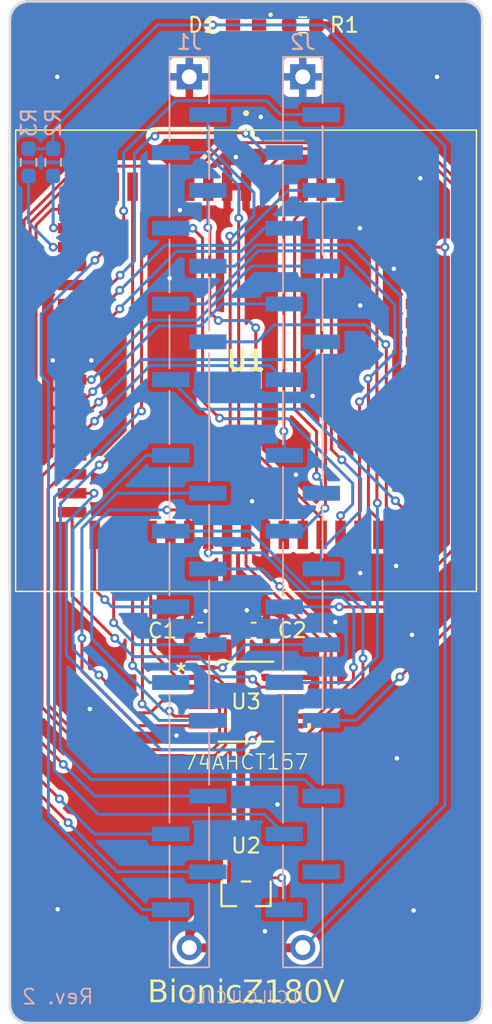
<source format=kicad_pcb>
(kicad_pcb (version 20241229) (generator "pcbnew") (generator_version "9.0")
  (title_block (title "BionicZ180V") (date "2025-12-02") (rev "2") (company "Tadashi G. Takaoka"))
  (layers (0 "F.Cu" mixed) (2 "B.Cu" mixed) (13 "F.Paste" user) (15 "B.Paste" user) (5 "F.SilkS" user "F.Silkscreen") (7 "B.SilkS" user "B.Silkscreen") (1 "F.Mask" user) (3 "B.Mask" user) (25 "Edge.Cuts" user))
  (net 0 "")
  (net 1 "VCC")
  (net 2 "GND")
  (net 3 "Net-(D1-K)")
  (net 4 "A12")
  (net 5 "D6")
  (net 6 "~{WAIT}")
  (net 7 "A13")
  (net 8 "D3")
  (net 9 "P33")
  (net 10 "D0")
  (net 11 "D7")
  (net 12 "~{RESET}")
  (net 13 "D1")
  (net 14 "P31")
  (net 15 "P32")
  (net 16 "~{INT0}")
  (net 17 "D5")
  (net 18 "D2")
  (net 19 "P30")
  (net 20 "A14")
  (net 21 "A15")
  (net 22 "D4")
  (net 23 "~{NMI}")
  (net 24 "Net-(J2-P57)")
  (net 26 "ASEL")
  (net 27 "~{MREQ}")
  (net 28 "PHI")
  (net 29 "~{IORQ}")
  (net 30 "A4")
  (net 31 "EXTAL")
  (net 32 "~{WR}")
  (net 33 "A6")
  (net 34 "~{BUSREQ}")
  (net 35 "A2")
  (net 36 "A5")
  (net 37 "A7")
  (net 38 "~{M1}")
  (net 39 "A1")
  (net 40 "~{RD}")
  (net 41 "A3")
  (net 42 "A0")
  (net 43 "~{BUSACK}")
  (net 44 "Net-(U1-~{INT1})")
  (net 45 "Net-(U1-~{INT2})")
  (net 49 "A10")
  (net 51 "A16")
  (net 52 "A17")
  (net 53 "A11")
  (net 56 "A8")
  (net 57 "A19")
  (net 61 "A18")
  (net 65 "A9")
  (footprint "ti:PW16-M" (layer "F.Cu") (at 113.7 117.001001)
    (property "Reference" "U3")
    (property "Value" "74AHCT157")
  )
  (footprint "rhom:LED_CSL1901UW1_ROM-M" (layer "F.Cu") (at 113.7 71.6002 180)
    (property "Reference" "D1")
    (property "Value" "CSL1901UW1")
  )
  (footprint "Resistor_SMD:R_0603_1608Metric_Pad0.98x0.95mm_HandSolder" (layer "F.Cu") (at 117.51 71.6002)
    (property "Reference" "R1")
    (property "Value" "1.6k")
  )
  (footprint "3m:846821B1RKTP" (layer "F.Cu") (at 113.7 94.13)
    (property "Reference" "U1")
    (property "Value" "Z80180" (hide yes))
  )
  (footprint "microchip:SOT-23_MC_MCH-M" (layer "F.Cu") (at 113.7 129.894 180)
    (property "Reference" "U2")
    (property "Value" "11AA010-I/TT")
  )
  (footprint "Capacitor_SMD:C_0603_1608Metric_Pad1.08x0.95mm_HandSolder" (layer "F.Cu") (at 110.6277 112.2148 180)
    (property "Reference" "C1")
    (property "Value" "0.1u")
  )
  (footprint "Capacitor_SMD:C_0603_1608Metric_Pad1.08x0.95mm_HandSolder" (layer "F.Cu") (at 114.2091 112.2148)
    (property "Reference" "C2")
    (property "Value" "22u")
  )
  (footprint "Resistor_SMD:R_0603_1608Metric_Pad0.98x0.95mm_HandSolder" (layer "B.Cu") (at 99.095 80.8185 -90)
    (property "Reference" "R3")
    (property "Value" "10k")
  )
  (footprint "Resistor_SMD:R_0603_1608Metric_Pad0.98x0.95mm_HandSolder" (layer "B.Cu") (at 100.746 80.8185 -90)
    (property "Reference" "R2")
    (property "Value" "10k")
  )
  (footprint "bionic:Bionic-P245_SMT" (layer "B.Cu") (at 117.5308 104.29 180)
    (property "Reference" "J2")
    (property "Value" "Bionic-P245")
  )
  (footprint "bionic:Bionic-P135_SMT" (layer "B.Cu") (at 109.8692 104.29 180)
    (property "Reference" "J1")
    (property "Value" "Bionic-P135")
  )
  (gr_arc (start 99.095 138.58) (mid 98.196974 138.208026) (end 97.825 137.31) (stroke (width 0.15)) (layer "Edge.Cuts"))
  (gr_line (start 128.305 70) (end 99.095 70) (stroke (width 0.15)) (layer "Edge.Cuts"))
  (gr_arc (start 97.825 71.27) (mid 98.196974 70.371974) (end 99.095 70) (stroke (width 0.15)) (layer "Edge.Cuts"))
  (gr_line (start 99.095 138.58) (end 128.305 138.58) (stroke (width 0.15)) (layer "Edge.Cuts"))
  (gr_arc (start 128.305 70) (mid 129.203026 70.371974) (end 129.575 71.27) (stroke (width 0.15)) (layer "Edge.Cuts"))
  (gr_arc (start 129.575 137.31) (mid 129.203026 138.208026) (end 128.305 138.58) (stroke (width 0.15)) (layer "Edge.Cuts"))
  (gr_line (start 97.825 71.27) (end 97.825 137.31) (stroke (width 0.15)) (layer "Edge.Cuts"))
  (gr_line (start 129.575 137.31) (end 129.575 71.27) (stroke (width 0.15)) (layer "Edge.Cuts"))
  (gr_text "BionicZ180V" (at 113.7 136.548 0) (layer "F.SilkS") (effects (font (size 1.5 1.5))))
  (gr_text "74AHCT157" (at 113.7 121.054 0) (layer "F.SilkS") (effects (font (size 1 1) (thickness 0.1))))
  (gr_text "JLCJLCJLCJLC" (at 113.7 137.31 0) (layer "B.SilkS") (effects (font (size 0.8 0.8)) (justify bottom mirror)))
  (gr_text "Rev. 2" (at 103.54 136.802 0) (layer "B.SilkS") (effects (font (size 1 1)) (justify left mirror)))
  (segment (start 112.43 105.81) (end 112.43 112.2148) (width 0.6) (layer "F.Cu") (net 1))
  (segment (start 112.749999 126.931601) (end 113.3444 126.3372) (width 0.6) (layer "F.Cu") (net 1))
  (segment (start 111.4648 71.6002) (end 112.8237 71.6002) (width 0.2) (layer "F.Cu") (net 1))
  (segment (start 112.43 112.2148) (end 111.4902 112.2148) (width 0.6) (layer "F.Cu") (net 1))
  (segment (start 111.4648 112.037) (end 111.9209 112.037) (width 0.2) (layer "F.Cu") (net 1))
  (segment (start 109.9154 133.5254) (end 117.4846 133.5254) (width 0.6) (layer "F.Cu") (net 1))
  (segment (start 109.9154 133.5254) (end 109.9154 132.4586) (width 0.6) (layer "F.Cu") (net 1))
  (segment (start 113.3444 126.3372) (end 113.3444 114.704) (width 0.6) (layer "F.Cu") (net 1))
  (segment (start 113.3466 112.2148) (end 112.43 112.2148) (width 0.6) (layer "F.Cu") (net 1))
  (segment (start 109.9154 132.4586) (end 112.749999 129.624001) (width 0.6) (layer "F.Cu") (net 1))
  (segment (start 117.4846 133.5254) (end 117.51 133.5) (width 0.2) (layer "F.Cu") (net 1))
  (segment (start 109.89 133.5) (end 109.9154 133.5254) (width 0.2) (layer "F.Cu") (net 1))
  (segment (start 116.6718 114.726002) (end 113.366402 114.726002) (width 0.2) (layer "F.Cu") (net 1))
  (segment (start 113.3444 114.704) (end 113.3444 112.217) (width 0.6) (layer "F.Cu") (net 1))
  (segment (start 112.749999 129.624001) (end 112.749999 128.828) (width 0.6) (layer "F.Cu") (net 1))
  (segment (start 112.4442 105.8242) (end 112.43 105.81) (width 0.6) (layer "F.Cu") (net 1))
  (segment (start 125.38 86.51) (end 127.0604 86.51) (width 0.2) (layer "F.Cu") (net 1))
  (segment (start 112.7602 128.8382) (end 112.75 128.828) (width 0.2) (layer "F.Cu") (net 1))
  (segment (start 112.749999 128.828) (end 112.749999 126.931601) (width 0.6) (layer "F.Cu") (net 1))
  (segment (start 113.366402 114.726002) (end 113.3444 114.704) (width 0.2) (layer "F.Cu") (net 1))
  (segment (start 113.3444 112.217) (end 113.3466 112.2148) (width 0.6) (layer "F.Cu") (net 1))
  (via (at 127.0604 86.51) (size 0.6) (drill 0.3) (layers "F.Cu" "B.Cu") (net 1))
  (via (at 111.4648 71.6002) (size 0.6) (drill 0.3) (layers "F.Cu" "B.Cu") (net 1))
  (segment (start 111.4648 71.6002) (end 118.9324 71.6002) (width 0.2) (layer "B.Cu") (net 1))
  (segment (start 111.4648 71.6002) (end 107.7564 71.6002) (width 0.2) (layer "B.Cu") (net 1))
  (segment (start 127.0604 123.9496) (end 117.51 133.5) (width 0.2) (layer "B.Cu") (net 1))
  (segment (start 127.0604 79.7282) (end 127.0604 86.51) (width 0.2) (layer "B.Cu") (net 1))
  (segment (start 100.746 78.6106) (end 100.746 79.906) (width 0.2) (layer "B.Cu") (net 1))
  (segment (start 118.9324 71.6002) (end 127.0604 79.7282) (width 0.2) (layer "B.Cu") (net 1))
  (segment (start 100.746 79.906) (end 99.095 79.906) (width 0.2) (layer "B.Cu") (net 1))
  (segment (start 127.0604 86.51) (end 127.0604 123.9496) (width 0.2) (layer "B.Cu") (net 1))
  (segment (start 107.7564 71.6002) (end 100.746 78.6106) (width 0.2) (layer "B.Cu") (net 1))
  (segment (start 109.0264 119.276) (end 110.7282 119.276) (width 0.2) (layer "F.Cu") (net 2))
  (segment (start 115.413403 115.376003) (end 115.4018 115.3644) (width 0.2) (layer "F.Cu") (net 2))
  (segment (start 116.6718 115.376003) (end 115.413403 115.376003) (width 0.2) (layer "F.Cu") (net 2))
  (via (at 121.3708 108.3794) (size 0.6) (drill 0.3) (layers "F.Cu" "B.Cu") (net 2))
  (via (at 109.255 84.0208) (size 0.6) (drill 0.3) (layers "F.Cu" "B.Cu") (net 2))
  (via (at 124.8506 112.5196) (size 0.6) (drill 0.3) (layers "F.Cu" "B.Cu") (net 2))
  (via (at 115.8082 123.8988) (size 0.6) (drill 0.3) (layers "F.Cu" "B.Cu") (net 2))
  (via (at 101.0254 75.08) (size 0.6) (drill 0.3) (layers "F.Cu" "B.Cu") (net 2))
  (via (at 126.527 75.08) (size 0.6) (drill 0.3) (layers "F.Cu" "B.Cu") (net 2))
  (via (at 124.9522 131.0108) (size 0.6) (drill 0.3) (layers "F.Cu" "B.Cu") (net 2))
  (via (at 125.4094 81.8872) (size 0.6) (drill 0.3) (layers "F.Cu" "B.Cu") (net 2))
  (via (at 119.6944 111.656) (size 0.6) (drill 0.3) (layers "F.Cu" "B.Cu") (net 2))
  (via (at 103.3114 94.1046) (size 0.6) (drill 0.3) (layers "F.Cu" "B.Cu") (net 2))
  (via (at 123.7838 107.8968) (size 0.6) (drill 0.3) (layers "F.Cu" "B.Cu") (net 2))
  (via (at 114.6906 77.7724) (size 0.6) (drill 0.3) (layers "F.Cu" "B.Cu") (net 2))
  (via (at 113.0142 80.4648) (size 0.6) (drill 0.3) (layers "F.Cu" "B.Cu") (net 2))
  (via (at 113.7508 110.8686) (size 0.6) (drill 0.3) (layers "F.Cu" "B.Cu") (net 2))
  (via (at 100.7206 94.1046) (size 0.6) (drill 0.3) (layers "F.Cu" "B.Cu") (net 2))
  (via (at 117.0528 101.7754) (size 0.6) (drill 0.3) (layers "F.Cu" "B.Cu") (net 2))
  (via (at 103.2098 117.498) (size 0.6) (drill 0.3) (layers "F.Cu" "B.Cu") (net 2))
  (via (at 118.1704 96.4922) (size 0.6) (drill 0.3) (layers "F.Cu" "B.Cu") (net 2))
  (via (at 123.8346 120.8) (size 0.6) (drill 0.3) (layers "F.Cu" "B.Cu") (net 2))
  (via (at 123.6314 87.9578) (size 0.6) (drill 0.3) (layers "F.Cu" "B.Cu") (net 2))
  (via (at 121.3454 85.24) (size 0.6) (drill 0.3) (layers "F.Cu" "B.Cu") (net 2))
  (via (at 121.3708 90.4216) (size 0.6) (drill 0.3) (layers "F.Cu" "B.Cu") (net 2))
  (via (at 110.9822 110.9194) (size 0.6) (drill 0.3) (layers "F.Cu" "B.Cu") (net 2))
  (via (at 114.1064 103.5534) (size 0.6) (drill 0.3) (layers "F.Cu" "B.Cu") (net 2))
  (via (at 109.0264 119.276) (size 0.6) (drill 0.3) (layers "F.Cu" "B.Cu") (net 2))
  (via (at 108.5692 88.5928) (size 0.6) (drill 0.3) (layers "F.Cu" "B.Cu") (net 2))
  (via (at 101.0508 130.9346) (size 0.6) (drill 0.3) (layers "F.Cu" "B.Cu") (net 2))
  (via (at 114.97 132.4078) (size 0.6) (drill 0.3) (layers "F.Cu" "B.Cu") (net 2))
  (segment (start 116.5975 71.6002) (end 114.5763 71.6002) (width 0.2) (layer "F.Cu") (net 3))
  (segment (start 103.54 109.4874) (end 103.54 105.81) (width 0.2) (layer "F.Cu") (net 4))
  (segment (start 104.21 110.1574) (end 103.54 109.4874) (width 0.2) (layer "F.Cu") (net 4))
  (via (at 104.21 110.1574) (size 0.6) (drill 0.3) (layers "F.Cu" "B.Cu") (net 4))
  (segment (start 104.21 110.1574) (end 104.6926 110.64) (width 0.2) (layer "B.Cu") (net 4))
  (segment (start 104.6926 110.64) (end 108.6454 110.64) (width 0.2) (layer "B.Cu") (net 4))
  (segment (start 123.12 93.0694) (end 123.12 104.1088) (width 0.2) (layer "F.Cu") (net 5))
  (segment (start 123.12 104.1088) (end 123.86 104.8488) (width 0.2) (layer "F.Cu") (net 5))
  (segment (start 123.0884 93.0378) (end 123.12 93.0694) (width 0.2) (layer "F.Cu") (net 5))
  (segment (start 123.86 104.8488) (end 123.86 105.81) (width 0.2) (layer "F.Cu") (net 5))
  (via (at 123.0884 93.0378) (size 0.6) (drill 0.3) (layers "F.Cu" "B.Cu") (net 5))
  (segment (start 115.605 91.717) (end 114.462 92.86) (width 0.2) (layer "B.Cu") (net 5))
  (segment (start 121.7518 91.717) (end 115.605 91.717) (width 0.2) (layer "B.Cu") (net 5))
  (segment (start 123.0726 93.0378) (end 121.7518 91.717) (width 0.2) (layer "B.Cu") (net 5))
  (segment (start 114.462 92.86) (end 111.1346 92.86) (width 0.2) (layer "B.Cu") (net 5))
  (segment (start 123.0884 93.0378) (end 123.0726 93.0378) (width 0.2) (layer "B.Cu") (net 5))
  (segment (start 108.62 81.815) (end 108.62 82.45) (width 0.2) (layer "F.Cu") (net 6))
  (segment (start 101.754465 125.125535) (end 98.7966 122.16767) (width 0.2) (layer "F.Cu") (net 6))
  (segment (start 102.415514 81.0744) (end 107.8794 81.0744) (width 0.2) (layer "F.Cu") (net 6))
  (segment (start 98.7966 122.16767) (end 98.7966 84.693314) (width 0.2) (layer "F.Cu") (net 6))
  (segment (start 98.7966 84.693314) (end 102.415514 81.0744) (width 0.2) (layer "F.Cu") (net 6))
  (segment (start 107.8794 81.0744) (end 108.62 81.815) (width 0.2) (layer "F.Cu") (net 6))
  (via (at 101.754465 125.125535) (size 0.6) (drill 0.3) (layers "F.Cu" "B.Cu") (net 6))
  (segment (start 101.754465 125.125535) (end 101.754465 125.135865) (width 0.2) (layer "B.Cu") (net 6))
  (segment (start 105.0386 128.42) (end 111.1346 128.42) (width 0.2) (layer "B.Cu") (net 6))
  (segment (start 101.754465 125.135865) (end 105.0386 128.42) (width 0.2) (layer "B.Cu") (net 6))
  (segment (start 104.81 111.7068) (end 104.81 105.81) (width 0.2) (layer "F.Cu") (net 7))
  (via (at 104.81 111.7068) (size 0.6) (drill 0.3) (layers "F.Cu" "B.Cu") (net 7))
  (segment (start 106.2832 113.18) (end 111.1346 113.18) (width 0.2) (layer "B.Cu") (net 7))
  (segment (start 104.81 111.7068) (end 106.2832 113.18) (width 0.2) (layer "B.Cu") (net 7))
  (segment (start 110.779 85.9004) (end 110.1186 85.24) (width 0.2) (layer "F.Cu") (net 8))
  (segment (start 111.922 97.9812) (end 110.779 96.8382) (width 0.2) (layer "F.Cu") (net 8))
  (segment (start 120.05 105.81) (end 120.05 104.5186) (width 0.2) (layer "F.Cu") (net 8))
  (segment (start 110.779 96.8382) (end 110.779 85.9004) (width 0.2) (layer "F.Cu") (net 8))
  (via (at 110.1186 85.24) (size 0.6) (drill 0.3) (layers "F.Cu" "B.Cu") (net 8))
  (via (at 111.922 97.9812) (size 0.6) (drill 0.3) (layers "F.Cu" "B.Cu") (net 8))
  (via (at 120.05 104.5186) (size 0.6) (drill 0.3) (layers "F.Cu" "B.Cu") (net 8))
  (segment (start 120.1008 104.5186) (end 120.05 104.5186) (width 0.2) (layer "B.Cu") (net 8))
  (segment (start 116.524141 98.0162) (end 120.8628 102.354859) (width 0.2) (layer "B.Cu") (net 8))
  (segment (start 120.8628 102.354859) (end 120.8628 103.7566) (width 0.2) (layer "B.Cu") (net 8))
  (segment (start 111.957 98.0162) (end 116.524141 98.0162) (width 0.2) (layer "B.Cu") (net 8))
  (segment (start 120.8628 103.7566) (end 120.1008 104.5186) (width 0.2) (layer "B.Cu") (net 8))
  (segment (start 110.1186 85.24) (end 108.6454 85.24) (width 0.2) (layer "B.Cu") (net 8))
  (segment (start 111.922 97.9812) (end 111.957 98.0162) (width 0.2) (layer "B.Cu") (net 8))
  (segment (start 118.527084 117.326002) (end 116.6718 117.326002) (width 0.2) (layer "F.Cu") (net 9))
  (segment (start 119.415 116.438086) (end 118.527084 117.326002) (width 0.2) (layer "F.Cu") (net 9))
  (segment (start 115.9606 109.2684) (end 119.415 112.7228) (width 0.2) (layer "F.Cu") (net 9))
  (segment (start 119.415 112.7228) (end 119.415 116.438086) (width 0.2) (layer "F.Cu") (net 9))
  (via (at 115.9606 109.2684) (size 0.6) (drill 0.3) (layers "F.Cu" "B.Cu") (net 9))
  (segment (start 114.7922 108.1) (end 111.1346 108.1) (width 0.2) (layer "B.Cu") (net 9))
  (segment (start 115.9606 109.2684) (end 114.7922 108.1) (width 0.2) (layer "B.Cu") (net 9))
  (segment (start 112.6332 99.6926) (end 116.24 103.2994) (width 0.2) (layer "F.Cu") (net 10))
  (segment (start 112.6332 85.7894) (end 112.6332 99.6926) (width 0.2) (layer "F.Cu") (net 10))
  (segment (start 112.607335 85.763535) (end 112.6332 85.7894) (width 0.2) (layer "F.Cu") (net 10))
  (segment (start 116.24 103.2994) (end 116.24 105.81) (width 0.2) (layer "F.Cu") (net 10))
  (via (at 112.607335 85.763535) (size 0.6) (drill 0.3) (layers "F.Cu" "B.Cu") (net 10))
  (segment (start 114.2334 84.386729) (end 114.2334 82.845514) (width 0.2) (layer "B.Cu") (net 10))
  (segment (start 114.2334 82.845514) (end 111.1346 79.746714) (width 0.2) (layer "B.Cu") (net 10))
  (segment (start 112.856594 85.763535) (end 114.2334 84.386729) (width 0.2) (layer "B.Cu") (net 10))
  (segment (start 112.607335 85.763535) (end 112.856594 85.763535) (width 0.2) (layer "B.Cu") (net 10))
  (segment (start 111.1346 79.746714) (end 111.1346 77.62) (width 0.2) (layer "B.Cu") (net 10))
  (segment (start 124.495 104.29) (end 125.38 104.29) (width 0.2) (layer "F.Cu") (net 11))
  (segment (start 123.733 103.528) (end 124.495 104.29) (width 0.2) (layer "F.Cu") (net 11))
  (via (at 123.733 103.528) (size 0.6) (drill 0.3) (layers "F.Cu" "B.Cu") (net 11))
  (segment (start 110.6266 97.3812) (end 108.6454 95.4) (width 0.2) (layer "B.Cu") (net 11))
  (segment (start 123.733 103.528) (end 117.5862 97.3812) (width 0.2) (layer "B.Cu") (net 11))
  (segment (start 117.5862 97.3812) (end 110.6266 97.3812) (width 0.2) (layer "B.Cu") (net 11))
  (segment (start 104.81 86.129) (end 104.81 82.45) (width 0.2) (layer "F.Cu") (net 12))
  (segment (start 103.5527 87.3863) (end 104.81 86.129) (width 0.2) (layer "F.Cu") (net 12))
  (via (at 103.5527 87.3863) (size 0.6) (drill 0.3) (layers "F.Cu" "B.Cu") (net 12))
  (segment (start 99.9332 95.0952) (end 100.435 95.597) (width 0.2) (layer "B.Cu") (net 12))
  (segment (start 106.7404 130.96) (end 108.6454 130.96) (width 0.2) (layer "B.Cu") (net 12))
  (segment (start 103.5527 87.3863) (end 99.9332 91.0058) (width 0.2) (layer "B.Cu") (net 12))
  (segment (start 100.435 120.788985) (end 100.426635 120.79735) (width 0.2) (layer "B.Cu") (net 12))
  (segment (start 100.426635 124.646235) (end 106.7404 130.96) (width 0.2) (layer "B.Cu") (net 12))
  (segment (start 100.435 95.597) (end 100.435 120.788985) (width 0.2) (layer "B.Cu") (net 12))
  (segment (start 99.9332 91.0058) (end 99.9332 95.0952) (width 0.2) (layer "B.Cu") (net 12))
  (segment (start 100.426635 120.79735) (end 100.426635 124.646235) (width 0.2) (layer "B.Cu") (net 12))
  (segment (start 113.207335 84.564265) (end 113.207335 99.701049) (width 0.2) (layer "F.Cu") (net 13))
  (segment (start 117.51 104.003714) (end 117.51 105.81) (width 0.2) (layer "F.Cu") (net 13))
  (segment (start 113.207335 99.701049) (end 117.51 104.003714) (width 0.2) (layer "F.Cu") (net 13))
  (via (at 113.207335 84.564265) (size 0.6) (drill 0.3) (layers "F.Cu" "B.Cu") (net 13))
  (segment (start 110.9822 80.16) (end 108.6454 80.16) (width 0.2) (layer "B.Cu") (net 13))
  (segment (start 113.2174 84.5542) (end 113.2174 82.3952) (width 0.2) (layer "B.Cu") (net 13))
  (segment (start 113.207335 84.564265) (end 113.2174 84.5542) (width 0.2) (layer "B.Cu") (net 13))
  (segment (start 113.2174 82.3952) (end 110.9822 80.16) (width 0.2) (layer "B.Cu") (net 13))
  (segment (start 110.717801 118.6156) (end 110.7282 118.625999) (width 0.2) (layer "F.Cu") (net 14))
  (segment (start 102.6764 112.7482) (end 102.6764 114.958) (width 0.2) (layer "F.Cu") (net 14))
  (segment (start 106.334 118.6156) (end 110.717801 118.6156) (width 0.2) (layer "F.Cu") (net 14))
  (segment (start 102.6764 114.958) (end 106.334 118.6156) (width 0.2) (layer "F.Cu") (net 14))
  (via (at 102.6764 112.7482) (size 0.6) (drill 0.3) (layers "F.Cu" "B.Cu") (net 14))
  (segment (start 102.6764 105.363686) (end 105.020086 103.02) (width 0.2) (layer "B.Cu") (net 14))
  (segment (start 105.020086 103.02) (end 111.1346 103.02) (width 0.2) (layer "B.Cu") (net 14))
  (segment (start 102.6764 112.7482) (end 102.6764 105.363686) (width 0.2) (layer "B.Cu") (net 14))
  (segment (start 121.556135 115.428323) (end 117.708458 119.276) (width 0.2) (layer "F.Cu") (net 15))
  (segment (start 121.556135 114.101935) (end 121.556135 115.428323) (width 0.2) (layer "F.Cu") (net 15))
  (segment (start 117.708458 119.276) (end 116.6718 119.276) (width 0.2) (layer "F.Cu") (net 15))
  (via (at 121.556135 114.101935) (size 0.6) (drill 0.3) (layers "F.Cu" "B.Cu") (net 15))
  (segment (start 121.5486 114.0944) (end 121.5486 110.8178) (width 0.2) (layer "B.Cu") (net 15))
  (segment (start 120.3358 109.605) (end 117.999 109.605) (width 0.2) (layer "B.Cu") (net 15))
  (segment (start 121.5486 110.8178) (end 120.3358 109.605) (width 0.2) (layer "B.Cu") (net 15))
  (segment (start 121.556135 114.101935) (end 121.5486 114.0944) (width 0.2) (layer "B.Cu") (net 15))
  (segment (start 117.999 109.605) (end 113.954 105.56) (width 0.2) (layer "B.Cu") (net 15))
  (segment (start 113.954 105.56) (end 108.6454 105.56) (width 0.2) (layer "B.Cu") (net 15))
  (segment (start 99.5966 119.38153) (end 99.5966 85.024686) (width 0.2) (layer "F.Cu") (net 16))
  (segment (start 99.5966 85.024686) (end 100.651286 83.97) (width 0.2) (layer "F.Cu") (net 16))
  (segment (start 100.651286 83.97) (end 102.02 83.97) (width 0.2) (layer "F.Cu") (net 16))
  (segment (start 101.426635 121.211565) (end 99.5966 119.38153) (width 0.2) (layer "F.Cu") (net 16))
  (via (at 101.426635 121.211565) (size 0.6) (drill 0.3) (layers "F.Cu" "B.Cu") (net 16))
  (segment (start 101.426635 121.226635) (end 103.54 123.34) (width 0.2) (layer "B.Cu") (net 16))
  (segment (start 101.426635 121.211565) (end 101.426635 121.226635) (width 0.2) (layer "B.Cu") (net 16))
  (segment (start 103.54 123.34) (end 111.1346 123.34) (width 0.2) (layer "B.Cu") (net 16))
  (segment (start 121.92 95.3554) (end 121.92 104.1026) (width 0.2) (layer "F.Cu") (net 17))
  (segment (start 122.59 104.7726) (end 122.59 105.81) (width 0.2) (layer "F.Cu") (net 17))
  (segment (start 121.8884 95.3238) (end 121.92 95.3554) (width 0.2) (layer "F.Cu") (net 17))
  (segment (start 121.92 104.1026) (end 122.59 104.7726) (width 0.2) (layer "F.Cu") (net 17))
  (via (at 121.8884 95.3238) (size 0.6) (drill 0.3) (layers "F.Cu" "B.Cu") (net 17))
  (segment (start 114.532972 86.7576) (end 110.970572 90.32) (width 0.2) (layer "B.Cu") (net 17))
  (segment (start 121.8884 95.3238) (end 121.9296 95.3238) (width 0.2) (layer "B.Cu") (net 17))
  (segment (start 120.0872 86.7576) (end 114.532972 86.7576) (width 0.2) (layer "B.Cu") (net 17))
  (segment (start 123.6884 93.565) (end 123.6884 90.3588) (width 0.2) (layer "B.Cu") (net 17))
  (segment (start 110.970572 90.32) (end 108.6454 90.32) (width 0.2) (layer "B.Cu") (net 17))
  (segment (start 123.6884 90.3588) (end 120.0872 86.7576) (width 0.2) (layer "B.Cu") (net 17))
  (segment (start 121.9296 95.3238) (end 123.6884 93.565) (width 0.2) (layer "B.Cu") (net 17))
  (segment (start 111.2616 90.8534) (end 111.2616 85.3162) (width 0.2) (layer "F.Cu") (net 18))
  (segment (start 118.78 104.708028) (end 118.78 105.81) (width 0.2) (layer "F.Cu") (net 18))
  (segment (start 114.3525 91.9202) (end 114.3525 100.280528) (width 0.2) (layer "F.Cu") (net 18))
  (segment (start 114.3525 100.280528) (end 118.78 104.708028) (width 0.2) (layer "F.Cu") (net 18))
  (segment (start 111.2616 85.3162) (end 111.1346 85.1892) (width 0.2) (layer "F.Cu") (net 18))
  (segment (start 111.839337 91.431137) (end 111.2616 90.8534) (width 0.2) (layer "F.Cu") (net 18))
  (via (at 111.839337 91.431137) (size 0.6) (drill 0.3) (layers "F.Cu" "B.Cu") (net 18))
  (via (at 114.3525 91.9202) (size 0.6) (drill 0.3) (layers "F.Cu" "B.Cu") (net 18))
  (via (at 111.1346 85.1892) (size 0.6) (drill 0.3) (layers "F.Cu" "B.Cu") (net 18))
  (segment (start 111.839337 91.431137) (end 113.863437 91.431137) (width 0.2) (layer "B.Cu") (net 18))
  (segment (start 113.863437 91.431137) (end 114.3525 91.9202) (width 0.2) (layer "B.Cu") (net 18))
  (segment (start 111.1346 85.1892) (end 111.1346 82.7) (width 0.2) (layer "B.Cu") (net 18))
  (segment (start 107.2738 117.752) (end 108.3498 116.676) (width 0.2) (layer "F.Cu") (net 19))
  (segment (start 106.3594 117.752) (end 107.2738 117.752) (width 0.2) (layer "F.Cu") (net 19))
  (segment (start 103.8194 115.212) (end 106.3594 117.752) (width 0.2) (layer "F.Cu") (net 19))
  (segment (start 108.3498 116.676) (end 110.7282 116.676) (width 0.2) (layer "F.Cu") (net 19))
  (via (at 103.8194 115.212) (size 0.6) (drill 0.3) (layers "F.Cu" "B.Cu") (net 19))
  (segment (start 106.9944 100.48) (end 108.6454 100.48) (width 0.2) (layer "B.Cu") (net 19))
  (segment (start 102.0764 105.398) (end 106.9944 100.48) (width 0.2) (layer "B.Cu") (net 19))
  (segment (start 102.0764 113.469) (end 102.0764 105.398) (width 0.2) (layer "B.Cu") (net 19))
  (segment (start 103.8194 115.212) (end 102.0764 113.469) (width 0.2) (layer "B.Cu") (net 19))
  (segment (start 106.08 114.58) (end 106.08 105.81) (width 0.2) (layer "F.Cu") (net 20))
  (via (at 106.08 114.58) (size 0.6) (drill 0.3) (layers "F.Cu" "B.Cu") (net 20))
  (segment (start 107.22 115.72) (end 108.6454 115.72) (width 0.2) (layer "B.Cu") (net 20))
  (segment (start 106.08 114.58) (end 107.22 115.72) (width 0.2) (layer "B.Cu") (net 20))
  (segment (start 106.7404 107.8206) (end 107.35 107.211) (width 0.2) (layer "F.Cu") (net 21))
  (segment (start 106.720165 117.152) (end 106.7404 117.131765) (width 0.2) (layer "F.Cu") (net 21))
  (segment (start 107.35 107.211) (end 107.35 105.81) (width 0.2) (layer "F.Cu") (net 21))
  (segment (start 106.7404 117.131765) (end 106.7404 107.8206) (width 0.2) (layer "F.Cu") (net 21))
  (via (at 106.720165 117.152) (size 0.6) (drill 0.3) (layers "F.Cu" "B.Cu") (net 21))
  (segment (start 107.858 118.26) (end 111.1346 118.26) (width 0.2) (layer "B.Cu") (net 21))
  (segment (start 106.720165 117.152) (end 106.75 117.152) (width 0.2) (layer "B.Cu") (net 21))
  (segment (start 106.75 117.152) (end 107.858 118.26) (width 0.2) (layer "B.Cu") (net 21))
  (segment (start 121.32 96.8732) (end 121.32 105.81) (width 0.2) (layer "F.Cu") (net 22))
  (via (at 121.32 96.8732) (size 0.6) (drill 0.3) (layers "F.Cu" "B.Cu") (net 22))
  (segment (start 121.3454 96.8732) (end 124.0884 94.1302) (width 0.2) (layer "B.Cu") (net 22))
  (segment (start 124.0884 94.1302) (end 124.0884 89.7864) (width 0.2) (layer "B.Cu") (net 22))
  (segment (start 112.944886 87.78) (end 111.1346 87.78) (width 0.2) (layer "B.Cu") (net 22))
  (segment (start 114.367286 86.3576) (end 112.944886 87.78) (width 0.2) (layer "B.Cu") (net 22))
  (segment (start 124.0884 89.7864) (end 120.6596 86.3576) (width 0.2) (layer "B.Cu") (net 22))
  (segment (start 120.6596 86.3576) (end 114.367286 86.3576) (width 0.2) (layer "B.Cu") (net 22))
  (segment (start 121.32 96.8732) (end 121.3454 96.8732) (width 0.2) (layer "B.Cu") (net 22))
  (segment (start 101.6056 82.45) (end 103.54 82.45) (width 0.2) (layer "F.Cu") (net 23))
  (segment (start 101.1651 123.5305) (end 99.1966 121.562) (width 0.2) (layer "F.Cu") (net 23))
  (segment (start 99.1966 121.562) (end 99.1966 84.859) (width 0.2) (layer "F.Cu") (net 23))
  (segment (start 99.1966 84.859) (end 101.6056 82.45) (width 0.2) (layer "F.Cu") (net 23))
  (via (at 101.1651 123.5305) (size 0.6) (drill 0.3) (layers "F.Cu" "B.Cu") (net 23))
  (segment (start 103.5146 125.88) (end 108.6454 125.88) (width 0.2) (layer "B.Cu") (net 23))
  (segment (start 101.1651 123.5305) (end 103.5146 125.88) (width 0.2) (layer "B.Cu") (net 23))
  (segment (start 114.6516 128.8264) (end 114.65 128.828) (width 0.2) (layer "F.Cu") (net 24))
  (segment (start 116.0876 128.8264) (end 114.6516 128.8264) (width 0.2) (layer "F.Cu") (net 24))
  (via (at 116.0876 128.8264) (size 0.6) (drill 0.3) (layers "F.Cu" "B.Cu") (net 24))
  (segment (start 116.0876 128.8264) (end 116.2654 129.0042) (width 0.2) (layer "B.Cu") (net 24))
  (segment (start 116.2654 129.0042) (end 116.2654 130.96) (width 0.2) (layer "B.Cu") (net 24))
  (segment (start 112.1252 114.726002) (end 110.7282 114.726002) (width 0.2) (layer "F.Cu") (net 26))
  (via (at 112.1252 114.726002) (size 0.6) (drill 0.3) (layers "F.Cu" "B.Cu") (net 26))
  (segment (start 113.671202 113.18) (end 118.7546 113.18) (width 0.2) (layer "B.Cu") (net 26))
  (segment (start 112.1252 114.726002) (end 113.671202 113.18) (width 0.2) (layer "B.Cu") (net 26))
  (segment (start 119.434 85.6274) (end 121.32 83.7414) (width 0.2) (layer "F.Cu") (net 27))
  (segment (start 121.32 83.7414) (end 121.32 82.45) (width 0.2) (layer "F.Cu") (net 27))
  (segment (start 120.133735 100.777265) (end 119.434 100.07753) (width 0.2) (layer "F.Cu") (net 27))
  (segment (start 119.434 100.07753) (end 119.434 85.6274) (width 0.2) (layer "F.Cu") (net 27))
  (via (at 120.133735 100.777265) (size 0.6) (drill 0.3) (layers "F.Cu" "B.Cu") (net 27))
  (segment (start 120.133735 100.777265) (end 121.3962 102.03973) (width 0.2) (layer "B.Cu") (net 27))
  (segment (start 118.7546 106.83) (end 118.7546 108.1) (width 0.2) (layer "B.Cu") (net 27))
  (segment (start 121.3962 102.03973) (end 121.3962 104.1884) (width 0.2) (layer "B.Cu") (net 27))
  (segment (start 121.3962 104.1884) (end 118.7546 106.83) (width 0.2) (layer "B.Cu") (net 27))
  (segment (start 123.750865 110.647535) (end 127.797 106.6014) (width 0.2) (layer "F.Cu") (net 28))
  (segment (start 125.1744 79.8996) (end 116.5004 79.8996) (width 0.2) (layer "F.Cu") (net 28))
  (segment (start 119.960392 110.643808) (end 119.964119 110.647535) (width 0.2) (layer "F.Cu") (net 28))
  (segment (start 127.797 106.6014) (end 127.797 82.5222) (width 0.2) (layer "F.Cu") (net 28))
  (segment (start 114.97 81.43) (end 114.97 82.45) (width 0.2) (layer "F.Cu") (net 28))
  (segment (start 127.797 82.5222) (end 125.1744 79.8996) (width 0.2) (layer "F.Cu") (net 28))
  (segment (start 119.964119 110.647535) (end 123.750865 110.647535) (width 0.2) (layer "F.Cu") (net 28))
  (segment (start 116.5004 79.8996) (end 114.97 81.43) (width 0.2) (layer "F.Cu") (net 28))
  (via (at 119.960392 110.643808) (size 0.6) (drill 0.3) (layers "F.Cu" "B.Cu") (net 28))
  (segment (start 119.956584 110.64) (end 116.2654 110.64) (width 0.2) (layer "B.Cu") (net 28))
  (segment (start 119.960392 110.643808) (end 119.956584 110.64) (width 0.2) (layer "B.Cu") (net 28))
  (segment (start 122.59 84.1224) (end 122.59 82.45) (width 0.2) (layer "F.Cu") (net 29))
  (segment (start 122.4884 103.6488) (end 122.4884 84.224) (width 0.2) (layer "F.Cu") (net 29))
  (segment (start 122.52 103.6804) (end 122.4884 103.6488) (width 0.2) (layer "F.Cu") (net 29))
  (segment (start 122.4884 84.224) (end 122.59 84.1224) (width 0.2) (layer "F.Cu") (net 29))
  (via (at 122.52 103.6804) (size 0.6) (drill 0.3) (layers "F.Cu" "B.Cu") (net 29))
  (segment (start 120.7866 115.72) (end 116.2654 115.72) (width 0.2) (layer "B.Cu") (net 29))
  (segment (start 122.52 113.9866) (end 120.7866 115.72) (width 0.2) (layer "B.Cu") (net 29))
  (segment (start 122.52 103.6804) (end 122.52 113.9866) (width 0.2) (layer "B.Cu") (net 29))
  (segment (start 103.3114 95.4) (end 102.02 95.4) (width 0.2) (layer "F.Cu") (net 30))
  (via (at 103.3114 95.4) (size 0.6) (drill 0.3) (layers "F.Cu" "B.Cu") (net 30))
  (segment (start 103.3114 95.4) (end 103.3368 95.4) (width 0.2) (layer "B.Cu") (net 30))
  (segment (start 103.3368 95.4) (end 107.3436 91.3932) (width 0.2) (layer "B.Cu") (net 30))
  (segment (start 110.463058 91.3932) (end 114.076258 87.78) (width 0.2) (layer "B.Cu") (net 30))
  (segment (start 114.076258 87.78) (end 118.7546 87.78) (width 0.2) (layer "B.Cu") (net 30))
  (segment (start 107.3436 91.3932) (end 110.463058 91.3932) (width 0.2) (layer "B.Cu") (net 30))
  (segment (start 125.340086 79.4996) (end 112.2054 79.4996) (width 0.2) (layer "F.Cu") (net 31))
  (segment (start 128.197 82.356514) (end 125.340086 79.4996) (width 0.2) (layer "F.Cu") (net 31))
  (segment (start 112.2054 79.4996) (end 109.89 81.815) (width 0.2) (layer "F.Cu") (net 31))
  (segment (start 124.0378 115.339) (end 128.197 111.1798) (width 0.2) (layer "F.Cu") (net 31))
  (segment (start 109.89 81.815) (end 109.89 82.45) (width 0.2) (layer "F.Cu") (net 31))
  (segment (start 128.197 111.1798) (end 128.197 82.356514) (width 0.2) (layer "F.Cu") (net 31))
  (via (at 124.0378 115.339) (size 0.6) (drill 0.3) (layers "F.Cu" "B.Cu") (net 31))
  (segment (start 121.1168 118.26) (end 118.7546 118.26) (width 0.2) (layer "B.Cu") (net 31))
  (segment (start 124.0378 115.339) (end 121.1168 118.26) (width 0.2) (layer "B.Cu") (net 31))
  (segment (start 118.434 98.864) (end 116.9608 97.3908) (width 0.2) (layer "F.Cu") (net 32))
  (segment (start 116.9608 97.3908) (end 116.9608 84.6462) (width 0.2) (layer "F.Cu") (net 32))
  (segment (start 118.434 101.877) (end 118.434 98.864) (width 0.2) (layer "F.Cu") (net 32))
  (segment (start 116.9608 84.6462) (end 117.51 84.097) (width 0.2) (layer "F.Cu") (net 32))
  (segment (start 117.51 84.097) (end 117.51 82.45) (width 0.2) (layer "F.Cu") (net 32))
  (via (at 118.434 101.877) (size 0.6) (drill 0.3) (layers "F.Cu" "B.Cu") (net 32))
  (segment (start 118.434 101.877) (end 118.7546 102.1976) (width 0.2) (layer "B.Cu") (net 32))
  (segment (start 118.7546 102.1976) (end 118.7546 103.02) (width 0.2) (layer "B.Cu") (net 32))
  (segment (start 103.795382 96.901062) (end 102.756444 97.94) (width 0.2) (layer "F.Cu") (net 33))
  (segment (start 102.756444 97.94) (end 102.02 97.94) (width 0.2) (layer "F.Cu") (net 33))
  (via (at 103.795382 96.901062) (size 0.6) (drill 0.3) (layers "F.Cu" "B.Cu") (net 33))
  (segment (start 106.6388 94.0538) (end 117.5608 94.0538) (width 0.2) (layer "B.Cu") (net 33))
  (segment (start 117.5608 94.0538) (end 118.7546 92.86) (width 0.2) (layer "B.Cu") (net 33))
  (segment (start 103.795382 96.901062) (end 103.795382 96.897218) (width 0.2) (layer "B.Cu") (net 33))
  (segment (start 103.795382 96.897218) (end 106.6388 94.0538) (width 0.2) (layer "B.Cu") (net 33))
  (segment (start 103.9718 101.115) (end 106.08 99.0068) (width 0.2) (layer "F.Cu") (net 34))
  (segment (start 106.08 99.0068) (end 106.08 82.45) (width 0.2) (layer "F.Cu") (net 34))
  (segment (start 103.8448 101.115) (end 103.9718 101.115) (width 0.2) (layer "F.Cu") (net 34))
  (via (at 103.8448 101.115) (size 0.6) (drill 0.3) (layers "F.Cu" "B.Cu") (net 34))
  (segment (start 117.637 122.2224) (end 118.7546 123.34) (width 0.2) (layer "B.Cu") (net 34))
  (segment (start 101.235 120.1714) (end 103.286 122.2224) (width 0.2) (layer "B.Cu") (net 34))
  (segment (start 103.8448 101.115) (end 101.235 103.7248) (width 0.2) (layer "B.Cu") (net 34))
  (segment (start 101.235 103.7248) (end 101.235 120.1714) (width 0.2) (layer "B.Cu") (net 34))
  (segment (start 103.286 122.2224) (end 117.637 122.2224) (width 0.2) (layer "B.Cu") (net 34))
  (segment (start 105.2164 89.4056) (end 103.032 91.59) (width 0.2) (layer "F.Cu") (net 35))
  (segment (start 103.032 91.59) (end 102.02 91.59) (width 0.2) (layer "F.Cu") (net 35))
  (via (at 105.2164 89.4056) (size 0.6) (drill 0.3) (layers "F.Cu" "B.Cu") (net 35))
  (segment (start 116.5194 82.7) (end 118.7546 82.7) (width 0.2) (layer "B.Cu") (net 35))
  (segment (start 112.83 86.3894) (end 116.5194 82.7) (width 0.2) (layer "B.Cu") (net 35))
  (segment (start 105.2164 89.4056) (end 105.2418 89.4056) (width 0.2) (layer "B.Cu") (net 35))
  (segment (start 105.2418 89.4056) (end 108.258 86.3894) (width 0.2) (layer "B.Cu") (net 35))
  (segment (start 108.258 86.3894) (end 112.83 86.3894) (width 0.2) (layer "B.Cu") (net 35))
  (segment (start 103.403701 96.203501) (end 102.937202 96.67) (width 0.2) (layer "F.Cu") (net 36))
  (segment (start 102.937202 96.67) (end 102.02 96.67) (width 0.2) (layer "F.Cu") (net 36))
  (via (at 103.403701 96.203501) (size 0.6) (drill 0.3) (layers "F.Cu" "B.Cu") (net 36))
  (segment (start 107.814002 91.7932) (end 110.628744 91.7932) (width 0.2) (layer "B.Cu") (net 36))
  (segment (start 103.403701 96.203501) (end 107.814002 91.7932) (width 0.2) (layer "B.Cu") (net 36))
  (segment (start 112.101944 90.32) (end 116.2654 90.32) (width 0.2) (layer "B.Cu") (net 36))
  (segment (start 110.628744 91.7932) (end 112.101944 90.32) (width 0.2) (layer "B.Cu") (net 36))
  (segment (start 102.4986 99.21) (end 102.02 99.21) (width 0.2) (layer "F.Cu") (net 37))
  (segment (start 103.5273 98.1813) (end 102.4986 99.21) (width 0.2) (layer "F.Cu") (net 37))
  (via (at 103.5273 98.1813) (size 0.6) (drill 0.3) (layers "F.Cu" "B.Cu") (net 37))
  (segment (start 115.3192 94.4538) (end 116.2654 95.4) (width 0.2) (layer "B.Cu") (net 37))
  (segment (start 107.2548 94.4538) (end 115.3192 94.4538) (width 0.2) (layer "B.Cu") (net 37))
  (segment (start 103.5273 98.1813) (end 107.2548 94.4538) (width 0.2) (layer "B.Cu") (net 37))
  (segment (start 119.034 103.988929) (end 119.034 95.6032) (width 0.2) (layer "F.Cu") (net 38))
  (segment (start 119.034 95.6032) (end 118.78 95.3492) (width 0.2) (layer "F.Cu") (net 38))
  (segment (start 118.78 95.3492) (end 118.78 82.45) (width 0.2) (layer "F.Cu") (net 38))
  (segment (start 119.002929 104.02) (end 119.034 103.988929) (width 0.2) (layer "F.Cu") (net 38))
  (via (at 119.002929 104.02) (size 0.6) (drill 0.3) (layers "F.Cu" "B.Cu") (net 38))
  (segment (start 119.002929 104.02) (end 117.462929 105.56) (width 0.2) (layer "B.Cu") (net 38))
  (segment (start 117.462929 105.56) (end 116.2654 105.56) (width 0.2) (layer "B.Cu") (net 38))
  (segment (start 113.6492 78.8392) (end 107.8072 78.8392) (width 0.2) (layer "F.Cu") (net 39))
  (segment (start 113.6873 78.8773) (end 113.6492 78.8392) (width 0.2) (layer "F.Cu") (net 39))
  (segment (start 105.2418 88.3896) (end 105.2418 88.415) (width 0.2) (layer "F.Cu") (net 39))
  (segment (start 107.8072 78.8392) (end 107.5786 79.0678) (width 0.2) (layer "F.Cu") (net 39))
  (segment (start 103.3368 90.32) (end 102.02 90.32) (width 0.2) (layer "F.Cu") (net 39))
  (segment (start 105.2418 88.415) (end 103.3368 90.32) (width 0.2) (layer "F.Cu") (net 39))
  (via (at 107.5786 79.0678) (size 0.6) (drill 0.3) (layers "F.Cu" "B.Cu") (net 39))
  (via (at 113.6873 78.8773) (size 0.6) (drill 0.3) (layers "F.Cu" "B.Cu") (net 39))
  (via (at 105.2418 88.3896) (size 0.6) (drill 0.3) (layers "F.Cu" "B.Cu") (net 39))
  (segment (start 113.6873 78.8773) (end 114.97 80.16) (width 0.2) (layer "B.Cu") (net 39))
  (segment (start 105.2418 88.3896) (end 106.207 87.4244) (width 0.2) (layer "B.Cu") (net 39))
  (segment (start 106.207 87.4244) (end 106.207 80.2434) (width 0.2) (layer "B.Cu") (net 39))
  (segment (start 106.207 80.2434) (end 107.3826 79.0678) (width 0.2) (layer "B.Cu") (net 39))
  (segment (start 114.97 80.16) (end 116.2654 80.16) (width 0.2) (layer "B.Cu") (net 39))
  (segment (start 107.3826 79.0678) (end 107.5786 79.0678) (width 0.2) (layer "B.Cu") (net 39))
  (segment (start 116.24 98.8544) (end 116.24 82.45) (width 0.2) (layer "F.Cu") (net 40))
  (via (at 116.24 98.8544) (size 0.6) (drill 0.3) (layers "F.Cu" "B.Cu") (net 40))
  (segment (start 116.2654 98.8798) (end 116.2654 100.48) (width 0.2) (layer "B.Cu") (net 40))
  (segment (start 116.24 98.8544) (end 116.2654 98.8798) (width 0.2) (layer "B.Cu") (net 40))
  (segment (start 105.2164 90.6502) (end 103.0066 92.86) (width 0.2) (layer "F.Cu") (net 41))
  (segment (start 103.0066 92.86) (end 102.02 92.86) (width 0.2) (layer "F.Cu") (net 41))
  (via (at 105.2164 90.6502) (size 0.6) (drill 0.3) (layers "F.Cu" "B.Cu") (net 41))
  (segment (start 114.9192 85.24) (end 116.2654 85.24) (width 0.2) (layer "B.Cu") (net 41))
  (segment (start 113.3698 86.7894) (end 114.9192 85.24) (width 0.2) (layer "B.Cu") (net 41))
  (segment (start 105.2164 90.6502) (end 105.2164 90.5994) (width 0.2) (layer "B.Cu") (net 41))
  (segment (start 105.2164 90.5994) (end 109.0264 86.7894) (width 0.2) (layer "B.Cu") (net 41))
  (segment (start 109.0264 86.7894) (end 113.3698 86.7894) (width 0.2) (layer "B.Cu") (net 41))
  (segment (start 105.48 84.0716) (end 105.48 87.0592) (width 0.2) (layer "F.Cu") (net 42))
  (segment (start 103.4892 89.05) (end 102.02 89.05) (width 0.2) (layer "F.Cu") (net 42))
  (segment (start 105.48 87.0592) (end 103.4892 89.05) (width 0.2) (layer "F.Cu") (net 42))
  (via (at 105.48 84.0716) (size 0.6) (drill 0.3) (layers "F.Cu" "B.Cu") (net 42))
  (segment (start 108.9756 76.6802) (end 115.0716 76.6802) (width 0.2) (layer "B.Cu") (net 42))
  (segment (start 116.0114 77.62) (end 118.7546 77.62) (width 0.2) (layer "B.Cu") (net 42))
  (segment (start 105.48 80.1758) (end 108.9756 76.6802) (width 0.2) (layer "B.Cu") (net 42))
  (segment (start 115.0716 76.6802) (end 116.0114 77.62) (width 0.2) (layer "B.Cu") (net 42))
  (segment (start 105.48 84.0716) (end 105.48 80.1758) (width 0.2) (layer "B.Cu") (net 42))
  (segment (start 106.68 84.2082) (end 107.35 83.5382) (width 0.2) (layer "F.Cu") (net 43))
  (segment (start 106.68 97.5082) (end 106.68 84.2082) (width 0.2) (layer "F.Cu") (net 43))
  (segment (start 107.35 83.5382) (end 107.35 82.45) (width 0.2) (layer "F.Cu") (net 43))
  (via (at 106.68 97.5082) (size 0.6) (drill 0.3) (layers "F.Cu" "B.Cu") (net 43))
  (segment (start 103.7686 124.5592) (end 114.9446 124.5592) (width 0.2) (layer "B.Cu") (net 43))
  (segment (start 100.835 103.276271) (end 100.835 120.954671) (width 0.2) (layer "B.Cu") (net 43))
  (segment (start 100.826635 121.617235) (end 103.7686 124.5592) (width 0.2) (layer "B.Cu") (net 43))
  (segment (start 106.603071 97.5082) (end 100.835 103.276271) (width 0.2) (layer "B.Cu") (net 43))
  (segment (start 100.826635 120.963036) (end 100.826635 121.617235) (width 0.2) (layer "B.Cu") (net 43))
  (segment (start 106.68 97.5082) (end 106.603071 97.5082) (width 0.2) (layer "B.Cu") (net 43))
  (segment (start 100.835 120.954671) (end 100.826635 120.963036) (width 0.2) (layer "B.Cu") (net 43))
  (segment (start 114.9446 124.5592) (end 116.2654 125.88) (width 0.2) (layer "B.Cu") (net 43))
  (segment (start 100.7714 85.2146) (end 100.7968 85.24) (width 0.2) (layer "F.Cu") (net 44))
  (segment (start 100.7968 85.24) (end 102.02 85.24) (width 0.2) (layer "F.Cu") (net 44))
  (via (at 100.7714 85.2146) (size 0.6) (drill 0.3) (layers "F.Cu" "B.Cu") (net 44))
  (segment (start 100.7714 85.2146) (end 100.746 85.1892) (width 0.2) (layer "B.Cu") (net 44))
  (segment (start 100.746 85.1892) (end 100.746 81.731) (width 0.2) (layer "B.Cu") (net 44))
  (segment (start 100.746 86.51) (end 102.02 86.51) (width 0.2) (layer "F.Cu") (net 45))
  (via (at 100.746 86.51) (size 0.6) (drill 0.3) (layers "F.Cu" "B.Cu") (net 45))
  (segment (start 100.746 86.51) (end 99.095 84.859) (width 0.2) (layer "B.Cu") (net 45))
  (segment (start 99.095 84.859) (end 99.095 81.731) (width 0.2) (layer "B.Cu") (net 45))
  (segment (start 103.4892 103.02) (end 102.02 103.02) (width 0.2) (layer "F.Cu") (net 49))
  (segment (start 114.1444 119.5808) (end 115.7492 117.976) (width 0.2) (layer "F.Cu") (net 49))
  (segment (start 115.7492 117.976) (end 116.6718 117.976) (width 0.2) (layer "F.Cu") (net 49))
  (via (at 103.4892 103.02) (size 0.6) (drill 0.3) (layers "F.Cu" "B.Cu") (net 49))
  (via (at 114.1444 119.5808) (size 0.6) (drill 0.3) (layers "F.Cu" "B.Cu") (net 49))
  (segment (start 101.635 113.876129) (end 108.000071 120.2412) (width 0.2) (layer "B.Cu") (net 49))
  (segment (start 108.000071 120.2412) (end 113.484 120.2412) (width 0.2) (layer "B.Cu") (net 49))
  (segment (start 113.484 120.2412) (end 114.1444 119.5808) (width 0.2) (layer "B.Cu") (net 49))
  (segment (start 103.4892 103.147) (end 101.635 105.0012) (width 0.2) (layer "B.Cu") (net 49))
  (segment (start 101.635 105.0012) (end 101.635 113.876129) (width 0.2) (layer "B.Cu") (net 49))
  (segment (start 103.4892 103.02) (end 103.4892 103.147) (width 0.2) (layer "B.Cu") (net 49))
  (segment (start 107.2928 108.1572) (end 107.2928 113.584436) (width 0.2) (layer "F.Cu") (net 51))
  (segment (start 107.2928 113.584436) (end 108.0928 114.384436) (width 0.2) (layer "F.Cu") (net 51))
  (segment (start 108.0928 114.384436) (end 108.0928 114.4074) (width 0.2) (layer "F.Cu") (net 51))
  (segment (start 109.711402 116.026002) (end 110.7282 116.026002) (width 0.2) (layer "F.Cu") (net 51))
  (segment (start 108.62 106.83) (end 107.2928 108.1572) (width 0.2) (layer "F.Cu") (net 51))
  (segment (start 108.0928 114.4074) (end 109.711402 116.026002) (width 0.2) (layer "F.Cu") (net 51))
  (segment (start 108.62 105.81) (end 108.62 106.83) (width 0.2) (layer "F.Cu") (net 51))
  (segment (start 109.89 104.8996) (end 109.128 104.1376) (width 0.2) (layer "F.Cu") (net 52))
  (segment (start 108.8948 117.976) (end 110.7282 117.976) (width 0.2) (layer "F.Cu") (net 52))
  (segment (start 109.89 105.81) (end 109.89 104.8996) (width 0.2) (layer "F.Cu") (net 52))
  (segment (start 109.128 104.1376) (end 108.3914 104.1376) (width 0.2) (layer "F.Cu") (net 52))
  (segment (start 108.548965 117.630165) (end 108.8948 117.976) (width 0.2) (layer "F.Cu") (net 52))
  (via (at 108.3914 104.1376) (size 0.6) (drill 0.3) (layers "F.Cu" "B.Cu") (net 52))
  (via (at 108.548965 117.630165) (size 0.6) (drill 0.3) (layers "F.Cu" "B.Cu") (net 52))
  (segment (start 108.548965 117.630165) (end 108.200565 117.630165) (width 0.2) (layer "B.Cu") (net 52))
  (segment (start 108.200565 117.630165) (end 103.3368 112.7664) (width 0.2) (layer "B.Cu") (net 52))
  (segment (start 103.3368 112.7664) (end 103.3368 105.3314) (width 0.2) (layer "B.Cu") (net 52))
  (segment (start 103.3368 105.3314) (end 104.5306 104.1376) (width 0.2) (layer "B.Cu") (net 52))
  (segment (start 104.5306 104.1376) (end 108.3914 104.1376) (width 0.2) (layer "B.Cu") (net 52))
  (segment (start 104.8608 112.7482) (end 102.02 109.9074) (width 0.2) (layer "F.Cu") (net 53))
  (segment (start 114.679002 116.026002) (end 116.6718 116.026002) (width 0.2) (layer "F.Cu") (net 53))
  (segment (start 104.8862 112.7482) (end 104.8608 112.7482) (width 0.2) (layer "F.Cu") (net 53))
  (segment (start 102.02 109.9074) (end 102.02 104.29) (width 0.2) (layer "F.Cu") (net 53))
  (segment (start 114.1444 115.4914) (end 114.679002 116.026002) (width 0.2) (layer "F.Cu") (net 53))
  (via (at 114.1444 115.4914) (size 0.6) (drill 0.3) (layers "F.Cu" "B.Cu") (net 53))
  (via (at 104.8862 112.7482) (size 0.6) (drill 0.3) (layers "F.Cu" "B.Cu") (net 53))
  (segment (start 113.992 115.339) (end 114.1444 115.4914) (width 0.2) (layer "B.Cu") (net 53))
  (segment (start 104.8862 112.7482) (end 106.118 113.98) (width 0.2) (layer "B.Cu") (net 53))
  (segment (start 106.118 113.98) (end 110.530669 113.98) (width 0.2) (layer "B.Cu") (net 53))
  (segment (start 110.530669 113.98) (end 111.889669 115.339) (width 0.2) (layer "B.Cu") (net 53))
  (segment (start 111.889669 115.339) (end 113.992 115.339) (width 0.2) (layer "B.Cu") (net 53))
  (segment (start 100.5682 117.9806) (end 103.2098 120.6222) (width 0.2) (layer "F.Cu") (net 56))
  (segment (start 101.385 100.48) (end 99.9966 101.8684) (width 0.2) (layer "F.Cu") (net 56))
  (segment (start 103.2098 120.6222) (end 111.614485 120.6222) (width 0.2) (layer "F.Cu") (net 56))
  (segment (start 111.744998 115.376) (end 110.7282 115.376) (width 0.2) (layer "F.Cu") (net 56))
  (segment (start 100.5682 117.9552) (end 100.5682 117.9806) (width 0.2) (layer "F.Cu") (net 56))
  (segment (start 112.3172 119.919485) (end 112.3172 115.948202) (width 0.2) (layer "F.Cu") (net 56))
  (segment (start 102.02 100.48) (end 101.385 100.48) (width 0.2) (layer "F.Cu") (net 56))
  (segment (start 111.614485 120.6222) (end 112.3172 119.919485) (width 0.2) (layer "F.Cu") (net 56))
  (segment (start 99.9966 117.3836) (end 100.5682 117.9552) (width 0.2) (layer "F.Cu") (net 56))
  (segment (start 112.3172 115.948202) (end 111.744998 115.376) (width 0.2) (layer "F.Cu") (net 56))
  (segment (start 99.9966 101.8684) (end 99.9966 117.3836) (width 0.2) (layer "F.Cu") (net 56))
  (segment (start 119.015 113.171329) (end 119.015 116.2724) (width 0.2) (layer "F.Cu") (net 57))
  (segment (start 113.7 107.856329) (end 119.015 113.171329) (width 0.2) (layer "F.Cu") (net 57))
  (segment (start 118.611397 116.676003) (end 116.6718 116.676003) (width 0.2) (layer "F.Cu") (net 57))
  (segment (start 119.015 116.2724) (end 118.611397 116.676003) (width 0.2) (layer "F.Cu") (net 57))
  (segment (start 113.7 105.81) (end 113.7 107.856329) (width 0.2) (layer "F.Cu") (net 57))
  (segment (start 120.9136 114.704) (end 120.9136 115.505172) (width 0.2) (layer "F.Cu") (net 61))
  (segment (start 120.9136 115.505172) (end 117.79277 118.626002) (width 0.2) (layer "F.Cu") (net 61))
  (segment (start 117.79277 118.626002) (end 116.6718 118.626002) (width 0.2) (layer "F.Cu") (net 61))
  (segment (start 111.16 107.016498) (end 111.16 105.81) (width 0.2) (layer "F.Cu") (net 61))
  (via (at 120.9136 114.704) (size 0.6) (drill 0.3) (layers "F.Cu" "B.Cu") (net 61))
  (via (at 111.16 107.016498) (size 0.6) (drill 0.3) (layers "F.Cu" "B.Cu") (net 61))
  (segment (start 120.170114 110.005) (end 117.833314 110.005) (width 0.2) (layer "B.Cu") (net 61))
  (segment (start 120.939 114.6786) (end 120.939 110.773886) (width 0.2) (layer "B.Cu") (net 61))
  (segment (start 117.833314 110.005) (end 114.844812 107.016498) (width 0.2) (layer "B.Cu") (net 61))
  (segment (start 120.9136 114.704) (end 120.939 114.6786) (width 0.2) (layer "B.Cu") (net 61))
  (segment (start 120.939 110.773886) (end 120.170114 110.005) (width 0.2) (layer "B.Cu") (net 61))
  (segment (start 114.844812 107.016498) (end 111.16 107.016498) (width 0.2) (layer "B.Cu") (net 61))
  (segment (start 100.3966 102.7384) (end 100.3966 117.217914) (width 0.2) (layer "F.Cu") (net 65))
  (segment (start 100.9682 117.814914) (end 103.375486 120.2222) (width 0.2) (layer "F.Cu") (net 65))
  (segment (start 111.448799 120.2222) (end 111.9172 119.753799) (width 0.2) (layer "F.Cu") (net 65))
  (segment (start 111.744999 117.325999) (end 110.7282 117.325999) (width 0.2) (layer "F.Cu") (net 65))
  (segment (start 100.3966 117.217914) (end 100.9682 117.789514) (width 0.2) (layer "F.Cu") (net 65))
  (segment (start 111.9172 117.4982) (end 111.744999 117.325999) (width 0.2) (layer "F.Cu") (net 65))
  (segment (start 100.9682 117.789514) (end 100.9682 117.814914) (width 0.2) (layer "F.Cu") (net 65))
  (segment (start 101.385 101.75) (end 100.3966 102.7384) (width 0.2) (layer "F.Cu") (net 65))
  (segment (start 102.02 101.75) (end 101.385 101.75) (width 0.2) (layer "F.Cu") (net 65))
  (segment (start 111.9172 119.753799) (end 111.9172 117.4982) (width 0.2) (layer "F.Cu") (net 65))
  (segment (start 103.375486 120.2222) (end 111.448799 120.2222) (width 0.2) (layer "F.Cu") (net 65))
  (zone (net 2) (net_name "GND") (layers "F.Cu" "B.Cu") (connect_pads (clearance 0.3)) (min_thickness 0.2) (fill yes (thermal_gap 0.5) (thermal_bridge_width 0.5))
    (polygon (pts (xy 97.825 70) (xy 129.575 70) (xy 129.575 138.58) (xy 97.825 138.58)))
  )
)
</source>
